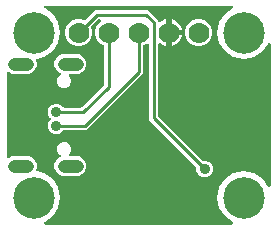
<source format=gbr>
G04 EAGLE Gerber RS-274X export*
G75*
%MOMM*%
%FSLAX34Y34*%
%LPD*%
%INBottom Copper*%
%IPPOS*%
%AMOC8*
5,1,8,0,0,1.08239X$1,22.5*%
G01*
%ADD10C,3.516000*%
%ADD11C,1.108000*%
%ADD12C,1.778000*%
%ADD13C,0.906400*%
%ADD14C,0.254000*%

G36*
X193300Y2554D02*
X193300Y2554D01*
X193404Y2558D01*
X193457Y2574D01*
X193511Y2581D01*
X193608Y2619D01*
X193709Y2649D01*
X193756Y2677D01*
X193807Y2698D01*
X193892Y2759D01*
X193981Y2813D01*
X194020Y2852D01*
X194065Y2884D01*
X194131Y2965D01*
X194204Y3039D01*
X194232Y3087D01*
X194267Y3129D01*
X194312Y3224D01*
X194364Y3314D01*
X194379Y3367D01*
X194403Y3417D01*
X194422Y3520D01*
X194451Y3620D01*
X194452Y3675D01*
X194463Y3729D01*
X194456Y3834D01*
X194459Y3938D01*
X194446Y3992D01*
X194443Y4047D01*
X194411Y4146D01*
X194387Y4248D01*
X194362Y4297D01*
X194345Y4349D01*
X194289Y4438D01*
X194241Y4530D01*
X194204Y4572D01*
X194175Y4618D01*
X194099Y4690D01*
X194029Y4768D01*
X193959Y4821D01*
X193943Y4836D01*
X193930Y4843D01*
X193901Y4865D01*
X187166Y9366D01*
X182250Y16722D01*
X180524Y25400D01*
X182250Y34078D01*
X187166Y41434D01*
X194522Y46350D01*
X203200Y48076D01*
X211878Y46350D01*
X219234Y41434D01*
X223735Y34699D01*
X223803Y34620D01*
X223864Y34535D01*
X223907Y34500D01*
X223943Y34459D01*
X224029Y34399D01*
X224109Y34333D01*
X224159Y34309D01*
X224205Y34278D01*
X224303Y34242D01*
X224397Y34197D01*
X224451Y34187D01*
X224503Y34168D01*
X224607Y34157D01*
X224710Y34137D01*
X224765Y34141D01*
X224819Y34135D01*
X224923Y34151D01*
X225027Y34157D01*
X225079Y34174D01*
X225134Y34182D01*
X225230Y34223D01*
X225329Y34255D01*
X225376Y34285D01*
X225427Y34306D01*
X225510Y34369D01*
X225598Y34425D01*
X225636Y34465D01*
X225680Y34499D01*
X225745Y34581D01*
X225816Y34657D01*
X225843Y34705D01*
X225877Y34748D01*
X225919Y34844D01*
X225970Y34935D01*
X225983Y34989D01*
X226006Y35039D01*
X226023Y35142D01*
X226049Y35243D01*
X226055Y35331D01*
X226058Y35353D01*
X226057Y35368D01*
X226059Y35404D01*
X226059Y155096D01*
X226046Y155200D01*
X226042Y155304D01*
X226026Y155357D01*
X226019Y155411D01*
X225981Y155508D01*
X225951Y155609D01*
X225923Y155656D01*
X225902Y155707D01*
X225841Y155792D01*
X225787Y155881D01*
X225748Y155920D01*
X225716Y155965D01*
X225635Y156031D01*
X225561Y156104D01*
X225513Y156132D01*
X225471Y156167D01*
X225376Y156212D01*
X225286Y156264D01*
X225233Y156279D01*
X225183Y156303D01*
X225080Y156322D01*
X224980Y156351D01*
X224925Y156352D01*
X224871Y156363D01*
X224766Y156356D01*
X224662Y156359D01*
X224608Y156346D01*
X224553Y156343D01*
X224454Y156311D01*
X224352Y156287D01*
X224303Y156262D01*
X224251Y156245D01*
X224162Y156189D01*
X224070Y156141D01*
X224028Y156104D01*
X223982Y156075D01*
X223910Y155999D01*
X223832Y155929D01*
X223779Y155859D01*
X223764Y155843D01*
X223757Y155830D01*
X223735Y155801D01*
X219234Y149066D01*
X211878Y144150D01*
X203200Y142424D01*
X194522Y144150D01*
X187166Y149066D01*
X182250Y156422D01*
X180524Y165100D01*
X182250Y173778D01*
X187166Y181134D01*
X193901Y185635D01*
X193980Y185703D01*
X194065Y185764D01*
X194100Y185807D01*
X194141Y185843D01*
X194201Y185929D01*
X194267Y186009D01*
X194291Y186059D01*
X194322Y186105D01*
X194358Y186203D01*
X194403Y186297D01*
X194413Y186351D01*
X194432Y186403D01*
X194443Y186507D01*
X194463Y186610D01*
X194459Y186665D01*
X194465Y186719D01*
X194449Y186823D01*
X194443Y186927D01*
X194426Y186979D01*
X194418Y187034D01*
X194377Y187130D01*
X194345Y187229D01*
X194315Y187276D01*
X194294Y187327D01*
X194231Y187410D01*
X194175Y187498D01*
X194135Y187536D01*
X194101Y187580D01*
X194019Y187645D01*
X193943Y187716D01*
X193895Y187743D01*
X193852Y187777D01*
X193756Y187819D01*
X193665Y187870D01*
X193611Y187883D01*
X193561Y187906D01*
X193458Y187923D01*
X193357Y187949D01*
X193269Y187955D01*
X193247Y187958D01*
X193232Y187957D01*
X193196Y187959D01*
X35404Y187959D01*
X35300Y187946D01*
X35196Y187942D01*
X35143Y187926D01*
X35089Y187919D01*
X34992Y187881D01*
X34891Y187851D01*
X34844Y187823D01*
X34793Y187802D01*
X34708Y187741D01*
X34619Y187687D01*
X34580Y187648D01*
X34535Y187616D01*
X34469Y187535D01*
X34396Y187461D01*
X34368Y187413D01*
X34333Y187371D01*
X34288Y187276D01*
X34236Y187186D01*
X34221Y187133D01*
X34197Y187083D01*
X34178Y186980D01*
X34149Y186880D01*
X34148Y186825D01*
X34137Y186771D01*
X34144Y186666D01*
X34141Y186562D01*
X34154Y186508D01*
X34157Y186453D01*
X34189Y186354D01*
X34213Y186252D01*
X34238Y186203D01*
X34255Y186151D01*
X34311Y186062D01*
X34359Y185970D01*
X34396Y185928D01*
X34425Y185882D01*
X34501Y185810D01*
X34571Y185732D01*
X34641Y185679D01*
X34657Y185664D01*
X34670Y185657D01*
X34699Y185635D01*
X41434Y181134D01*
X46350Y173778D01*
X48076Y165100D01*
X46350Y156422D01*
X41434Y149066D01*
X34078Y144150D01*
X28589Y143059D01*
X28509Y143032D01*
X28427Y143015D01*
X28359Y142982D01*
X28288Y142958D01*
X28217Y142912D01*
X28141Y142875D01*
X28084Y142826D01*
X28021Y142785D01*
X27963Y142723D01*
X27899Y142669D01*
X27856Y142607D01*
X27805Y142552D01*
X27764Y142478D01*
X27716Y142409D01*
X27689Y142338D01*
X27653Y142272D01*
X27633Y142190D01*
X27603Y142111D01*
X27595Y142037D01*
X27577Y141964D01*
X27577Y141879D01*
X27568Y141795D01*
X27578Y141721D01*
X27579Y141646D01*
X27601Y141564D01*
X27612Y141480D01*
X27658Y141347D01*
X27660Y141338D01*
X27662Y141335D01*
X27664Y141328D01*
X28191Y140057D01*
X28191Y136843D01*
X26961Y133873D01*
X24687Y131599D01*
X21717Y130369D01*
X7423Y130369D01*
X4296Y131664D01*
X4248Y131678D01*
X4203Y131699D01*
X4095Y131719D01*
X3989Y131748D01*
X3939Y131749D01*
X3890Y131759D01*
X3781Y131752D01*
X3671Y131753D01*
X3623Y131742D01*
X3573Y131739D01*
X3469Y131705D01*
X3362Y131679D01*
X3318Y131656D01*
X3271Y131641D01*
X3178Y131582D01*
X3081Y131531D01*
X3044Y131497D01*
X3002Y131471D01*
X2927Y131391D01*
X2845Y131317D01*
X2818Y131275D01*
X2784Y131239D01*
X2731Y131143D01*
X2671Y131051D01*
X2654Y131004D01*
X2630Y130960D01*
X2603Y130854D01*
X2567Y130750D01*
X2563Y130701D01*
X2551Y130653D01*
X2541Y130492D01*
X2541Y60008D01*
X2547Y59959D01*
X2545Y59909D01*
X2567Y59802D01*
X2581Y59693D01*
X2599Y59646D01*
X2609Y59598D01*
X2657Y59499D01*
X2698Y59397D01*
X2727Y59357D01*
X2749Y59312D01*
X2820Y59228D01*
X2884Y59140D01*
X2923Y59108D01*
X2955Y59070D01*
X3045Y59007D01*
X3129Y58937D01*
X3174Y58916D01*
X3215Y58887D01*
X3318Y58848D01*
X3417Y58801D01*
X3466Y58792D01*
X3512Y58774D01*
X3622Y58762D01*
X3729Y58741D01*
X3779Y58745D01*
X3828Y58739D01*
X3937Y58754D01*
X4047Y58761D01*
X4094Y58777D01*
X4143Y58783D01*
X4296Y58836D01*
X7423Y60131D01*
X21717Y60131D01*
X24687Y58901D01*
X26961Y56627D01*
X28191Y53657D01*
X28191Y50443D01*
X27664Y49172D01*
X27642Y49091D01*
X27610Y49012D01*
X27600Y48938D01*
X27580Y48865D01*
X27579Y48781D01*
X27568Y48697D01*
X27577Y48622D01*
X27575Y48547D01*
X27595Y48465D01*
X27605Y48381D01*
X27632Y48311D01*
X27650Y48238D01*
X27689Y48163D01*
X27719Y48085D01*
X27763Y48023D01*
X27798Y47957D01*
X27855Y47894D01*
X27904Y47826D01*
X27962Y47777D01*
X28012Y47722D01*
X28083Y47675D01*
X28147Y47621D01*
X28215Y47588D01*
X28278Y47547D01*
X28358Y47519D01*
X28434Y47483D01*
X28570Y47447D01*
X28579Y47444D01*
X28582Y47443D01*
X28589Y47441D01*
X34078Y46350D01*
X41434Y41434D01*
X46350Y34078D01*
X48076Y25400D01*
X46350Y16722D01*
X41434Y9366D01*
X34699Y4865D01*
X34620Y4797D01*
X34535Y4736D01*
X34500Y4693D01*
X34459Y4657D01*
X34399Y4571D01*
X34333Y4491D01*
X34309Y4441D01*
X34278Y4395D01*
X34242Y4297D01*
X34197Y4203D01*
X34187Y4149D01*
X34168Y4097D01*
X34157Y3993D01*
X34137Y3890D01*
X34141Y3835D01*
X34135Y3781D01*
X34151Y3677D01*
X34157Y3573D01*
X34174Y3521D01*
X34182Y3466D01*
X34223Y3370D01*
X34255Y3271D01*
X34285Y3224D01*
X34306Y3173D01*
X34369Y3090D01*
X34425Y3002D01*
X34465Y2964D01*
X34499Y2920D01*
X34581Y2855D01*
X34657Y2784D01*
X34705Y2757D01*
X34748Y2723D01*
X34844Y2681D01*
X34935Y2630D01*
X34989Y2617D01*
X35039Y2594D01*
X35142Y2577D01*
X35243Y2551D01*
X35331Y2545D01*
X35353Y2542D01*
X35368Y2543D01*
X35404Y2541D01*
X193196Y2541D01*
X193300Y2554D01*
G37*
%LPC*%
G36*
X168773Y42457D02*
X168773Y42457D01*
X166174Y43534D01*
X164184Y45524D01*
X163107Y48123D01*
X163107Y50688D01*
X163095Y50786D01*
X163092Y50885D01*
X163075Y50943D01*
X163067Y51003D01*
X163031Y51095D01*
X163003Y51191D01*
X162973Y51243D01*
X162950Y51299D01*
X162892Y51379D01*
X162842Y51464D01*
X162776Y51540D01*
X162764Y51556D01*
X162754Y51564D01*
X162736Y51585D01*
X123189Y91132D01*
X123189Y154760D01*
X123172Y154897D01*
X123159Y155036D01*
X123152Y155055D01*
X123149Y155075D01*
X123098Y155205D01*
X123051Y155335D01*
X123040Y155352D01*
X123032Y155371D01*
X122951Y155483D01*
X122873Y155598D01*
X122857Y155612D01*
X122846Y155628D01*
X122739Y155717D01*
X122634Y155809D01*
X122616Y155818D01*
X122601Y155831D01*
X122475Y155890D01*
X122351Y155953D01*
X122331Y155958D01*
X122313Y155966D01*
X122177Y155993D01*
X122041Y156023D01*
X122020Y156022D01*
X122001Y156026D01*
X121862Y156018D01*
X121723Y156013D01*
X121703Y156008D01*
X121683Y156006D01*
X121551Y155964D01*
X121417Y155925D01*
X121400Y155915D01*
X121381Y155908D01*
X121263Y155834D01*
X121143Y155763D01*
X121122Y155745D01*
X121112Y155738D01*
X121098Y155723D01*
X121022Y155657D01*
X120775Y155409D01*
X118894Y154630D01*
X118869Y154616D01*
X118841Y154607D01*
X118731Y154537D01*
X118618Y154473D01*
X118597Y154452D01*
X118572Y154437D01*
X118483Y154342D01*
X118390Y154252D01*
X118374Y154227D01*
X118354Y154205D01*
X118291Y154091D01*
X118223Y153981D01*
X118215Y153952D01*
X118200Y153926D01*
X118168Y153801D01*
X118130Y153677D01*
X118128Y153647D01*
X118121Y153619D01*
X118111Y153458D01*
X118111Y130502D01*
X70158Y82549D01*
X51381Y82549D01*
X51283Y82537D01*
X51184Y82534D01*
X51126Y82517D01*
X51066Y82509D01*
X50974Y82473D01*
X50879Y82445D01*
X50826Y82415D01*
X50770Y82392D01*
X50690Y82334D01*
X50605Y82284D01*
X50529Y82218D01*
X50513Y82206D01*
X50505Y82196D01*
X50484Y82178D01*
X48670Y80364D01*
X46071Y79287D01*
X43257Y79287D01*
X40658Y80364D01*
X38668Y82354D01*
X37591Y84953D01*
X37591Y87767D01*
X38668Y90366D01*
X39479Y91177D01*
X39552Y91271D01*
X39631Y91361D01*
X39649Y91397D01*
X39674Y91429D01*
X39721Y91538D01*
X39776Y91644D01*
X39784Y91683D01*
X39800Y91721D01*
X39819Y91838D01*
X39845Y91954D01*
X39844Y91995D01*
X39850Y92035D01*
X39839Y92153D01*
X39836Y92272D01*
X39824Y92311D01*
X39820Y92351D01*
X39780Y92464D01*
X39747Y92578D01*
X39727Y92612D01*
X39713Y92651D01*
X39646Y92749D01*
X39586Y92852D01*
X39546Y92897D01*
X39534Y92914D01*
X39519Y92927D01*
X39479Y92972D01*
X38668Y93784D01*
X37591Y96383D01*
X37591Y99197D01*
X38668Y101796D01*
X40658Y103786D01*
X43257Y104863D01*
X46071Y104863D01*
X48670Y103786D01*
X50484Y101972D01*
X50562Y101912D01*
X50634Y101844D01*
X50687Y101815D01*
X50735Y101778D01*
X50826Y101738D01*
X50913Y101690D01*
X50971Y101675D01*
X51027Y101651D01*
X51125Y101636D01*
X51221Y101611D01*
X51321Y101605D01*
X51341Y101601D01*
X51353Y101603D01*
X51381Y101601D01*
X65206Y101601D01*
X65304Y101613D01*
X65403Y101616D01*
X65461Y101633D01*
X65521Y101641D01*
X65613Y101677D01*
X65709Y101705D01*
X65761Y101735D01*
X65817Y101758D01*
X65897Y101816D01*
X65982Y101866D01*
X66058Y101932D01*
X66074Y101944D01*
X66082Y101954D01*
X66103Y101972D01*
X84718Y120587D01*
X84778Y120665D01*
X84846Y120737D01*
X84875Y120790D01*
X84912Y120838D01*
X84952Y120929D01*
X85000Y121016D01*
X85015Y121074D01*
X85039Y121130D01*
X85054Y121228D01*
X85079Y121324D01*
X85085Y121424D01*
X85089Y121444D01*
X85087Y121456D01*
X85089Y121484D01*
X85089Y153458D01*
X85086Y153487D01*
X85088Y153517D01*
X85066Y153644D01*
X85049Y153773D01*
X85039Y153801D01*
X85034Y153830D01*
X84980Y153948D01*
X84932Y154069D01*
X84915Y154093D01*
X84903Y154120D01*
X84822Y154221D01*
X84746Y154326D01*
X84723Y154345D01*
X84704Y154368D01*
X84601Y154446D01*
X84501Y154529D01*
X84474Y154542D01*
X84450Y154560D01*
X84306Y154630D01*
X82425Y155409D01*
X79209Y158625D01*
X77469Y162826D01*
X77469Y167374D01*
X79209Y171575D01*
X81997Y174363D01*
X82082Y174472D01*
X82171Y174579D01*
X82180Y174598D01*
X82192Y174614D01*
X82247Y174742D01*
X82306Y174867D01*
X82310Y174887D01*
X82318Y174906D01*
X82340Y175044D01*
X82366Y175180D01*
X82365Y175200D01*
X82368Y175220D01*
X82355Y175359D01*
X82346Y175497D01*
X82340Y175516D01*
X82338Y175536D01*
X82291Y175668D01*
X82248Y175799D01*
X82238Y175817D01*
X82231Y175836D01*
X82153Y175951D01*
X82078Y176068D01*
X82064Y176082D01*
X82052Y176099D01*
X81948Y176191D01*
X81847Y176286D01*
X81829Y176296D01*
X81814Y176309D01*
X81690Y176373D01*
X81568Y176440D01*
X81549Y176445D01*
X81531Y176454D01*
X81395Y176484D01*
X81260Y176519D01*
X81232Y176521D01*
X81220Y176524D01*
X81200Y176523D01*
X81100Y176529D01*
X80844Y176529D01*
X80746Y176517D01*
X80647Y176514D01*
X80589Y176497D01*
X80529Y176489D01*
X80437Y176453D01*
X80341Y176425D01*
X80289Y176395D01*
X80233Y176372D01*
X80153Y176314D01*
X80068Y176264D01*
X79992Y176198D01*
X79976Y176186D01*
X79968Y176176D01*
X79947Y176158D01*
X74427Y170638D01*
X74409Y170614D01*
X74386Y170595D01*
X74312Y170489D01*
X74232Y170386D01*
X74220Y170359D01*
X74203Y170335D01*
X74157Y170214D01*
X74106Y170095D01*
X74101Y170065D01*
X74090Y170038D01*
X74076Y169909D01*
X74056Y169780D01*
X74058Y169751D01*
X74055Y169722D01*
X74073Y169593D01*
X74086Y169464D01*
X74096Y169436D01*
X74100Y169407D01*
X74152Y169254D01*
X74931Y167374D01*
X74931Y162826D01*
X73191Y158625D01*
X69975Y155409D01*
X65774Y153669D01*
X61226Y153669D01*
X57025Y155409D01*
X53809Y158625D01*
X52069Y162826D01*
X52069Y167374D01*
X53809Y171575D01*
X57025Y174791D01*
X61226Y176531D01*
X65774Y176531D01*
X67654Y175752D01*
X67683Y175744D01*
X67709Y175730D01*
X67836Y175702D01*
X67961Y175668D01*
X67991Y175667D01*
X68020Y175661D01*
X68149Y175665D01*
X68279Y175663D01*
X68308Y175670D01*
X68337Y175670D01*
X68462Y175707D01*
X68588Y175737D01*
X68615Y175751D01*
X68643Y175759D01*
X68755Y175825D01*
X68870Y175886D01*
X68891Y175905D01*
X68917Y175920D01*
X69038Y176027D01*
X77162Y184151D01*
X122228Y184151D01*
X130811Y175568D01*
X130811Y175262D01*
X130816Y175222D01*
X130813Y175183D01*
X130836Y175065D01*
X130851Y174946D01*
X130865Y174909D01*
X130873Y174870D01*
X130924Y174762D01*
X130968Y174651D01*
X130991Y174618D01*
X131008Y174582D01*
X131084Y174490D01*
X131154Y174393D01*
X131185Y174368D01*
X131210Y174337D01*
X131307Y174267D01*
X131399Y174190D01*
X131435Y174173D01*
X131468Y174150D01*
X131579Y174106D01*
X131687Y174055D01*
X131726Y174047D01*
X131763Y174033D01*
X131882Y174018D01*
X131999Y173995D01*
X132039Y173998D01*
X132079Y173993D01*
X132197Y174007D01*
X132317Y174015D01*
X132355Y174027D01*
X132394Y174032D01*
X132506Y174076D01*
X132619Y174113D01*
X132653Y174134D01*
X132690Y174149D01*
X132826Y174235D01*
X133709Y174876D01*
X135312Y175693D01*
X137023Y176249D01*
X137201Y176277D01*
X137201Y166330D01*
X137216Y166212D01*
X137223Y166093D01*
X137235Y166055D01*
X137241Y166015D01*
X137284Y165904D01*
X137321Y165791D01*
X137343Y165757D01*
X137358Y165719D01*
X137427Y165623D01*
X137491Y165522D01*
X137521Y165494D01*
X137544Y165462D01*
X137636Y165386D01*
X137723Y165304D01*
X137758Y165285D01*
X137789Y165259D01*
X137897Y165208D01*
X138001Y165151D01*
X138041Y165141D01*
X138077Y165123D01*
X138184Y165103D01*
X138154Y165099D01*
X138044Y165055D01*
X137931Y165019D01*
X137896Y164997D01*
X137859Y164982D01*
X137762Y164912D01*
X137662Y164849D01*
X137634Y164819D01*
X137601Y164795D01*
X137525Y164704D01*
X137444Y164617D01*
X137424Y164582D01*
X137399Y164550D01*
X137348Y164443D01*
X137290Y164338D01*
X137280Y164299D01*
X137263Y164263D01*
X137241Y164146D01*
X137211Y164030D01*
X137207Y163970D01*
X137203Y163950D01*
X137205Y163930D01*
X137201Y163870D01*
X137201Y153923D01*
X137023Y153951D01*
X135312Y154507D01*
X133709Y155324D01*
X132826Y155965D01*
X132791Y155984D01*
X132761Y156010D01*
X132652Y156061D01*
X132547Y156118D01*
X132509Y156128D01*
X132473Y156145D01*
X132355Y156168D01*
X132239Y156197D01*
X132200Y156197D01*
X132160Y156205D01*
X132041Y156197D01*
X131921Y156198D01*
X131883Y156188D01*
X131843Y156185D01*
X131729Y156148D01*
X131613Y156119D01*
X131578Y156099D01*
X131541Y156087D01*
X131439Y156023D01*
X131335Y155965D01*
X131306Y155938D01*
X131272Y155917D01*
X131190Y155830D01*
X131103Y155748D01*
X131081Y155714D01*
X131054Y155685D01*
X130996Y155581D01*
X130932Y155480D01*
X130920Y155442D01*
X130900Y155407D01*
X130871Y155291D01*
X130833Y155177D01*
X130831Y155137D01*
X130821Y155099D01*
X130811Y154938D01*
X130811Y94814D01*
X130823Y94716D01*
X130826Y94617D01*
X130843Y94559D01*
X130851Y94499D01*
X130887Y94407D01*
X130915Y94311D01*
X130945Y94259D01*
X130968Y94203D01*
X131026Y94123D01*
X131076Y94038D01*
X131142Y93962D01*
X131154Y93946D01*
X131164Y93938D01*
X131182Y93917D01*
X168125Y56974D01*
X168203Y56914D01*
X168275Y56846D01*
X168328Y56817D01*
X168376Y56780D01*
X168467Y56740D01*
X168554Y56692D01*
X168612Y56677D01*
X168668Y56653D01*
X168766Y56638D01*
X168862Y56613D01*
X168962Y56607D01*
X168982Y56603D01*
X168994Y56605D01*
X169022Y56603D01*
X171587Y56603D01*
X174186Y55526D01*
X176176Y53536D01*
X177253Y50937D01*
X177253Y48123D01*
X176176Y45524D01*
X174186Y43534D01*
X171587Y42457D01*
X168773Y42457D01*
G37*
%LPD*%
%LPC*%
G36*
X49223Y43969D02*
X49223Y43969D01*
X46253Y45199D01*
X43979Y47473D01*
X42749Y50443D01*
X42749Y53657D01*
X43979Y56627D01*
X46253Y58901D01*
X47593Y59456D01*
X47636Y59480D01*
X47683Y59497D01*
X47774Y59559D01*
X47869Y59613D01*
X47905Y59648D01*
X47946Y59676D01*
X48019Y59758D01*
X48098Y59835D01*
X48124Y59877D01*
X48157Y59914D01*
X48207Y60012D01*
X48264Y60106D01*
X48279Y60153D01*
X48301Y60197D01*
X48325Y60305D01*
X48358Y60410D01*
X48360Y60459D01*
X48371Y60508D01*
X48367Y60617D01*
X48373Y60727D01*
X48363Y60776D01*
X48361Y60826D01*
X48331Y60931D01*
X48308Y61039D01*
X48287Y61083D01*
X48273Y61131D01*
X48217Y61226D01*
X48169Y61324D01*
X48136Y61362D01*
X48111Y61405D01*
X48005Y61526D01*
X46461Y63070D01*
X45579Y65198D01*
X45579Y67502D01*
X46461Y69630D01*
X48090Y71259D01*
X50218Y72141D01*
X52522Y72141D01*
X54650Y71259D01*
X56279Y69630D01*
X57161Y67502D01*
X57161Y65198D01*
X56279Y63070D01*
X55507Y62297D01*
X55422Y62188D01*
X55333Y62081D01*
X55324Y62062D01*
X55312Y62046D01*
X55257Y61918D01*
X55197Y61793D01*
X55194Y61773D01*
X55186Y61754D01*
X55164Y61616D01*
X55138Y61480D01*
X55139Y61460D01*
X55136Y61440D01*
X55149Y61301D01*
X55157Y61163D01*
X55164Y61144D01*
X55165Y61124D01*
X55213Y60992D01*
X55255Y60861D01*
X55266Y60843D01*
X55273Y60824D01*
X55351Y60709D01*
X55426Y60592D01*
X55440Y60578D01*
X55452Y60561D01*
X55556Y60469D01*
X55657Y60374D01*
X55675Y60364D01*
X55690Y60351D01*
X55814Y60288D01*
X55936Y60220D01*
X55955Y60215D01*
X55973Y60206D01*
X56109Y60176D01*
X56244Y60141D01*
X56272Y60139D01*
X56284Y60136D01*
X56304Y60137D01*
X56404Y60131D01*
X63517Y60131D01*
X66487Y58901D01*
X68761Y56627D01*
X69991Y53657D01*
X69991Y50443D01*
X68761Y47473D01*
X66487Y45199D01*
X63517Y43969D01*
X49223Y43969D01*
G37*
%LPD*%
%LPC*%
G36*
X50218Y118359D02*
X50218Y118359D01*
X48090Y119241D01*
X46461Y120870D01*
X45579Y122998D01*
X45579Y125302D01*
X46461Y127430D01*
X48005Y128974D01*
X48035Y129013D01*
X48072Y129047D01*
X48132Y129139D01*
X48200Y129225D01*
X48220Y129271D01*
X48247Y129313D01*
X48282Y129416D01*
X48326Y129517D01*
X48334Y129566D01*
X48350Y129613D01*
X48359Y129723D01*
X48376Y129831D01*
X48371Y129881D01*
X48375Y129930D01*
X48356Y130038D01*
X48346Y130148D01*
X48329Y130195D01*
X48321Y130244D01*
X48276Y130344D01*
X48239Y130447D01*
X48211Y130488D01*
X48190Y130534D01*
X48122Y130620D01*
X48060Y130710D01*
X48023Y130743D01*
X47992Y130782D01*
X47904Y130848D01*
X47822Y130921D01*
X47777Y130944D01*
X47738Y130973D01*
X47593Y131044D01*
X46253Y131599D01*
X43979Y133873D01*
X42749Y136843D01*
X42749Y140057D01*
X43979Y143027D01*
X46253Y145301D01*
X49223Y146531D01*
X63517Y146531D01*
X66487Y145301D01*
X68761Y143027D01*
X69991Y140057D01*
X69991Y136843D01*
X68761Y133873D01*
X66487Y131599D01*
X63517Y130369D01*
X56404Y130369D01*
X56266Y130352D01*
X56128Y130339D01*
X56109Y130332D01*
X56089Y130329D01*
X55960Y130278D01*
X55829Y130231D01*
X55812Y130220D01*
X55793Y130212D01*
X55681Y130131D01*
X55566Y130053D01*
X55552Y130037D01*
X55536Y130026D01*
X55447Y129918D01*
X55355Y129814D01*
X55346Y129796D01*
X55333Y129781D01*
X55274Y129655D01*
X55210Y129531D01*
X55206Y129511D01*
X55197Y129493D01*
X55171Y129356D01*
X55141Y129221D01*
X55141Y129200D01*
X55138Y129181D01*
X55146Y129042D01*
X55150Y128903D01*
X55156Y128883D01*
X55157Y128863D01*
X55200Y128731D01*
X55239Y128597D01*
X55249Y128580D01*
X55255Y128561D01*
X55330Y128443D01*
X55400Y128323D01*
X55419Y128302D01*
X55426Y128292D01*
X55441Y128278D01*
X55507Y128203D01*
X56279Y127430D01*
X57161Y125302D01*
X57161Y122998D01*
X56279Y120870D01*
X54650Y119241D01*
X52522Y118359D01*
X50218Y118359D01*
G37*
%LPD*%
%LPC*%
G36*
X162826Y153669D02*
X162826Y153669D01*
X158625Y155409D01*
X155409Y158625D01*
X153669Y162826D01*
X153669Y167374D01*
X155409Y171575D01*
X158625Y174791D01*
X162826Y176531D01*
X167374Y176531D01*
X171575Y174791D01*
X174791Y171575D01*
X176531Y167374D01*
X176531Y162826D01*
X174791Y158625D01*
X171575Y155409D01*
X167374Y153669D01*
X162826Y153669D01*
G37*
%LPD*%
%LPC*%
G36*
X142199Y167599D02*
X142199Y167599D01*
X142199Y176277D01*
X142377Y176249D01*
X144088Y175693D01*
X145691Y174877D01*
X147147Y173819D01*
X148419Y172547D01*
X149477Y171091D01*
X150293Y169488D01*
X150849Y167777D01*
X150877Y167599D01*
X142199Y167599D01*
G37*
%LPD*%
%LPC*%
G36*
X142199Y162601D02*
X142199Y162601D01*
X150877Y162601D01*
X150849Y162423D01*
X150293Y160712D01*
X149477Y159109D01*
X148419Y157653D01*
X147147Y156381D01*
X145691Y155323D01*
X144088Y154507D01*
X142377Y153951D01*
X142199Y153923D01*
X142199Y162601D01*
G37*
%LPD*%
D10*
X203200Y25400D03*
X203200Y165100D03*
X25400Y25400D03*
X25400Y165100D03*
D11*
X20110Y138450D02*
X9030Y138450D01*
X9030Y52050D02*
X20110Y52050D01*
X50830Y52050D02*
X61910Y52050D01*
X61910Y138450D02*
X50830Y138450D01*
D12*
X63500Y165100D03*
X88900Y165100D03*
X114300Y165100D03*
X139700Y165100D03*
X165100Y165100D03*
D13*
X120650Y12700D03*
X165100Y118110D03*
X15240Y95250D03*
X101600Y100330D03*
X53340Y29210D03*
X74930Y63500D03*
X44664Y86360D03*
D14*
X68580Y86360D01*
X114300Y132080D02*
X114300Y165100D01*
X114300Y132080D02*
X68580Y86360D01*
D13*
X44664Y97790D03*
D14*
X67310Y97790D01*
X88900Y119380D02*
X88900Y165100D01*
X88900Y119380D02*
X67310Y97790D01*
D13*
X170180Y49530D03*
D14*
X127000Y92710D01*
X127000Y173990D02*
X120650Y180340D01*
X78740Y180340D01*
X63500Y165100D01*
X127000Y173990D02*
X127000Y92710D01*
M02*

</source>
